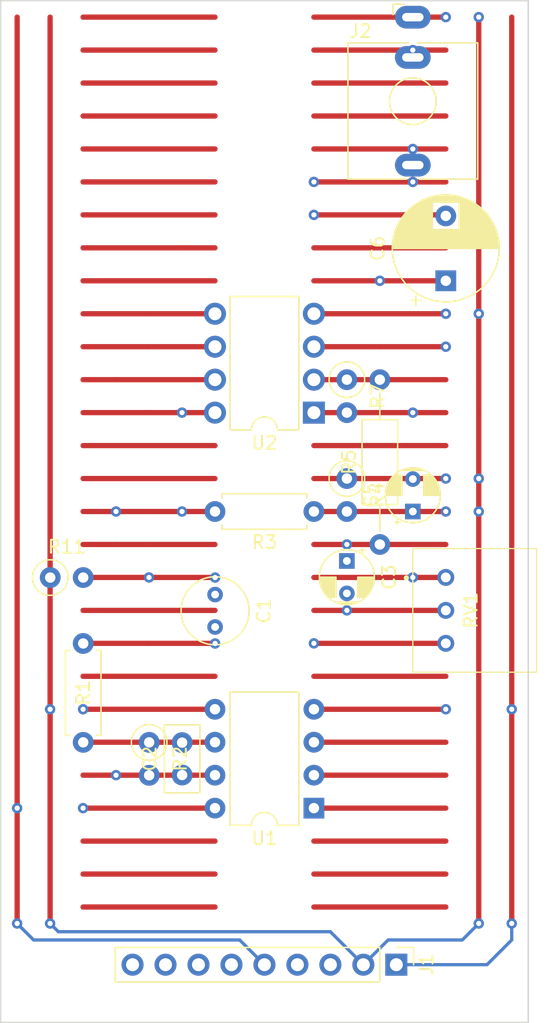
<source format=kicad_pcb>
(kicad_pcb (version 20211014) (generator pcbnew)
  (title_block (title "Audiout Prototype - Headphone Output") (date "2022-03-12") (rev "1.0") (company "Len Popp") (comment 1 "Copyright © 2022 Len Popp CC BY") (comment 2 "Layout design for my custom Eurorack breadboard prototyping module") (comment 3 "Prototype of audio output module"))
  (layers (0 "F.Cu" signal) (1 "In1.Cu" jumper "Wire1.Cu") (2 "In2.Cu" jumper "Wire2.Cu") (3 "In3.Cu" jumper "Wire3.Cu") (4 "In4.Cu" jumper "Wire4.Cu") (31 "B.Cu" signal) (34 "B.Paste" user) (35 "F.Paste" user) (36 "B.SilkS" user "B.Silkscreen") (37 "F.SilkS" user "F.Silkscreen") (38 "B.Mask" user) (39 "F.Mask" user) (44 "Edge.Cuts" user))
  (net 0 "")
  (net 1 "+12V")
  (net 2 "GND")
  (net 3 "-12V")
  (net 4 "+5V")
  (net 5 "BUS-GATE")
  (net 6 "BUS-CV")
  (net 8 "IN-OUT-1")
  (net 9 "IN-OUT-2")
  (net 10 "Net-(C1-Pad2)")
  (net 11 "Net-(C2-Pad2)")
  (net 12 "Net-(C2-Pad1)")
  (net 13 "Net-(C3-Pad1)")
  (net 14 "unconnected-(U1-Pad1)")
  (net 15 "unconnected-(U1-Pad2)")
  (net 16 "unconnected-(U1-Pad3)")
  (net 17 "Net-(C3-Pad2)")
  (net 18 "unconnected-(J2-PadR)")
  (net 19 "Net-(C5-Pad1)")
  (net 20 "Net-(C6-Pad1)")
  (net 21 "Net-(C6-Pad2)")
  (net 22 "unconnected-(U2-Pad5)")
  (net 23 "unconnected-(U2-Pad6)")
  (net 24 "Net-(R5-Pad2)")
  (net 25 "unconnected-(U2-Pad7)")
  (footprint "Connector_PinHeader_2.54mm:PinHeader_1x09_P2.54mm_Vertical" (layer "F.Cu") (at 113.03 98.425 -90)
    (fp_text reference "J1" (at 0 -2.33 90) (layer "F.SilkS"))
    (fp_text value "Conn_01x09")
    (pad "1" thru_hole rect locked (at 0 0 270) (size 1.7 1.7) (drill 1) (layers *.Cu *.Mask) (net 3 "-12V"))
    (pad "2" thru_hole oval locked (at 0 2.54 270) (size 1.7 1.7) (drill 1) (layers *.Cu *.Mask) (net 2 "GND"))
    (pad "3" thru_hole oval locked (at 0 5.08 270) (size 1.7 1.7) (drill 1) (layers *.Cu *.Mask) (net 9 "IN-OUT-2"))
    (pad "4" thru_hole oval locked (at 0 7.62 270) (size 1.7 1.7) (drill 1) (layers *.Cu *.Mask) (net 8 "IN-OUT-1"))
    (pad "5" thru_hole oval locked (at 0 10.16 270) (size 1.7 1.7) (drill 1) (layers *.Cu *.Mask) (net 1 "+12V"))
    (pad "6" thru_hole oval locked (at 0 12.7 270) (size 1.7 1.7) (drill 1) (layers *.Cu *.Mask))
    (pad "7" thru_hole oval locked (at 0 15.24 270) (size 1.7 1.7) (drill 1) (layers *.Cu *.Mask) (net 4 "+5V"))
    (pad "8" thru_hole oval locked (at 0 17.78 270) (size 1.7 1.7) (drill 1) (layers *.Cu *.Mask) (net 6 "BUS-CV"))
    (pad "9" thru_hole oval locked (at 0 20.32 270) (size 1.7 1.7) (drill 1) (layers *.Cu *.Mask) (net 5 "BUS-GATE"))
  )
  (footprint "-lmp-synth:Jack_3.5mm_QingPu_WQP-PJ366ST_Vertical" (layer "F.Cu") (at 114.3 25.405)
    (fp_text reference "J2" (at -4.03 1.08 180) (layer "F.SilkS"))
    (fp_text value "WQP419GR")
    (pad "R" thru_hole oval (at 0 3.1 180) (size 2.75 1.75) (drill oval 1.65 0.65) (layers *.Cu *.Mask) (net 18 "unconnected-(J2-PadR)"))
    (pad "S" thru_hole oval (at 0 0 180) (size 2.75 1.75) (drill oval 1.65 0.65) (layers *.Cu *.Mask) (net 2 "GND"))
    (pad "T" thru_hole oval (at 0 11.4 180) (size 2.75 1.75) (drill oval 1.65 0.65) (layers *.Cu *.Mask) (net 21 "Net-(C6-Pad2)"))
  )
  (footprint "-lmp-stripboard:SB_Gen_1" (layer "F.Cu") (at 93.99 81.29 -90)
    (fp_text reference "R2" (at 1.27 -2.37 90) (layer "F.SilkS"))
    (fp_text value "47K")
    (pad "1" thru_hole circle locked (at 0 0 270) (size 1.6 1.6) (drill 0.8) (layers *.Cu *.Mask) (net 11 "Net-(C2-Pad2)"))
    (pad "2" thru_hole oval locked (at 2.54 0 270) (size 1.6 1.6) (drill 0.8) (layers *.Cu *.Mask) (net 12 "Net-(C2-Pad1)"))
  )
  (footprint "-lmp-stripboard:SB_Gen_5" (layer "F.Cu") (at 111.76 66.04 90)
    (fp_text reference "R5" (at 6.35 -2.37 90) (layer "F.SilkS"))
    (fp_text value "3K9")
    (pad "1" thru_hole circle locked (at 0 0 90) (size 1.6 1.6) (drill 0.8) (layers *.Cu *.Mask) (net 13 "Net-(C3-Pad1)"))
    (pad "2" thru_hole oval locked (at 12.7 0 90) (size 1.6 1.6) (drill 0.8) (layers *.Cu *.Mask) (net 24 "Net-(R5-Pad2)"))
  )
  (footprint "-lmp-stripboard:SB_Gen_1" (layer "F.Cu") (at 86.37 68.59)
    (fp_text reference "R11" (at 1.27 -2.37) (layer "F.SilkS"))
    (fp_text value "100K")
    (pad "1" thru_hole circle locked (at 0 0) (size 1.6 1.6) (drill 0.8) (layers *.Cu *.Mask) (net 2 "GND"))
    (pad "2" thru_hole oval locked (at 2.54 0) (size 1.6 1.6) (drill 0.8) (layers *.Cu *.Mask) (net 8 "IN-OUT-1"))
  )
  (footprint "-lmp-breakout:Breakout_DIP-8_W7.62mm" (layer "F.Cu") (at 106.68 55.88 180)
    (fp_text reference "U2" (at 3.81 -2.33) (layer "F.SilkS"))
    (fp_text value "LM4808")
    (pad "1" thru_hole rect (at 0 0 180) (size 1.7 1.7) (drill 1) (layers *.Cu *.Mask) (net 20 "Net-(C6-Pad1)"))
    (pad "2" thru_hole circle (at 0 2.54 180) (size 1.7 1.7) (drill 1) (layers *.Cu *.Mask) (net 24 "Net-(R5-Pad2)"))
    (pad "3" thru_hole circle (at 0 5.08 180) (size 1.7 1.7) (drill 1) (layers *.Cu *.Mask) (net 19 "Net-(C5-Pad1)"))
    (pad "4" thru_hole circle (at 0 7.62 180) (size 1.7 1.7) (drill 1) (layers *.Cu *.Mask) (net 2 "GND"))
    (pad "5" thru_hole circle (at 7.62 7.62 180) (size 1.7 1.7) (drill 1) (layers *.Cu *.Mask) (net 22 "unconnected-(U2-Pad5)"))
    (pad "6" thru_hole circle (at 7.62 5.08 180) (size 1.7 1.7) (drill 1) (layers *.Cu *.Mask) (net 23 "unconnected-(U2-Pad6)"))
    (pad "7" thru_hole circle (at 7.62 2.54 180) (size 1.7 1.7) (drill 1) (layers *.Cu *.Mask) (net 25 "unconnected-(U2-Pad7)"))
    (pad "8" thru_hole circle (at 7.62 0 180) (size 1.7 1.7) (drill 1) (layers *.Cu *.Mask) (net 4 "+5V"))
  )
  (footprint "-lmp-misc:R_Axial_DIN0207_L6.3mm_D2.5mm_P7.62mm_Horizontal" (layer "F.Cu") (at 88.91 73.67 -90)
    (fp_text reference "R1" (at 3.81 0 90) (layer "F.SilkS"))
    (fp_text value "150K")
    (pad "1" thru_hole circle locked (at 0 0 270) (size 1.6 1.6) (drill 0.8) (layers *.Cu *.Mask) (net 10 "Net-(C1-Pad2)"))
    (pad "2" thru_hole oval locked (at 7.62 0 270) (size 1.6 1.6) (drill 0.8) (layers *.Cu *.Mask) (net 11 "Net-(C2-Pad2)"))
  )
  (footprint "-lmp-stripboard:SB_Gen_1" (layer "F.Cu") (at 109.22 60.96 -90)
    (fp_text reference "R4" (at 1.27 -2.37 90) (layer "F.SilkS"))
    (fp_text value "100K")
    (pad "1" thru_hole circle locked (at 0 0 270) (size 1.6 1.6) (drill 0.8) (layers *.Cu *.Mask) (net 2 "GND"))
    (pad "2" thru_hole oval locked (at 2.54 0 270) (size 1.6 1.6) (drill 0.8) (layers *.Cu *.Mask) (net 19 "Net-(C5-Pad1)"))
  )
  (footprint "-lmp-misc:R_Axial_DIN0207_L6.3mm_D2.5mm_P7.62mm_Horizontal" (layer "F.Cu") (at 106.68 63.5 180)
    (fp_text reference "R3" (at 3.81 -2.37 180) (layer "F.SilkS"))
    (fp_text value "100K")
    (pad "1" thru_hole circle locked (at 0 0 180) (size 1.6 1.6) (drill 0.8) (layers *.Cu *.Mask) (net 19 "Net-(C5-Pad1)"))
    (pad "2" thru_hole oval locked (at 7.62 0 180) (size 1.6 1.6) (drill 0.8) (layers *.Cu *.Mask) (net 4 "+5V"))
  )
  (footprint "-lmp-misc:CP_Radial_D4.0mm_P2.50mm" (layer "F.Cu") (at 114.3 63.5 90)
    (fp_text reference "C5" (at 1.25 -3.25 90) (layer "F.SilkS"))
    (fp_text value "1U")
    (pad "1" thru_hole rect locked (at 0 0 90) (size 1.2 1.2) (drill 0.6) (layers *.Cu *.Mask) (net 19 "Net-(C5-Pad1)"))
    (pad "2" thru_hole circle locked (at 2.5 0 90) (size 1.2 1.2) (drill 0.6) (layers *.Cu *.Mask) (net 2 "GND"))
  )
  (footprint "-lmp-misc:CP_Radial_D4.0mm_P2.50mm" (layer "F.Cu") (at 109.22 67.31 -90)
    (fp_text reference "C3" (at 1.25 -3.25 90) (layer "F.SilkS"))
    (fp_text value "4U7")
    (pad "1" thru_hole rect locked (at 0 0 270) (size 1.2 1.2) (drill 0.6) (layers *.Cu *.Mask) (net 13 "Net-(C3-Pad1)"))
    (pad "2" thru_hole circle locked (at 2.5 0 270) (size 1.2 1.2) (drill 0.6) (layers *.Cu *.Mask) (net 17 "Net-(C3-Pad2)"))
  )
  (footprint "-lmp-stripboard:SB_Gen_1" (layer "F.Cu") (at 109.22 53.34 -90)
    (fp_text reference "R7" (at 1.27 -2.37 90) (layer "F.SilkS"))
    (fp_text value "3K9")
    (pad "1" thru_hole circle locked (at 0 0 270) (size 1.6 1.6) (drill 0.8) (layers *.Cu *.Mask) (net 24 "Net-(R5-Pad2)"))
    (pad "2" thru_hole oval locked (at 2.54 0 270) (size 1.6 1.6) (drill 0.8) (layers *.Cu *.Mask) (net 20 "Net-(C6-Pad1)"))
  )
  (footprint "Capacitor_THT:CP_Radial_D8.0mm_P5.00mm" (layer "F.Cu") (at 116.84 45.72 90)
    (fp_text reference "C6" (at 2.5 -5.25 90) (layer "F.SilkS"))
    (fp_text value "220U")
    (pad "1" thru_hole rect (at 0 0 90) (size 1.6 1.6) (drill 0.8) (layers *.Cu *.Mask) (net 20 "Net-(C6-Pad1)"))
    (pad "2" thru_hole circle (at 5 0 90) (size 1.6 1.6) (drill 0.8) (layers *.Cu *.Mask) (net 21 "Net-(C6-Pad2)"))
  )
  (footprint "-lmp-misc:C_Disc_D5.0mm_W2.5mm_P2.50mm" (layer "F.Cu") (at 96.53 83.81 90)
    (fp_text reference "C2" (at 1.25 -2.5 90) (layer "F.SilkS"))
    (fp_text value "47P")
    (pad "1" thru_hole circle locked (at 0 0 90) (size 1.6 1.6) (drill 0.8) (layers *.Cu *.Mask) (net 12 "Net-(C2-Pad1)"))
    (pad "2" thru_hole circle locked (at 2.5 0 90) (size 1.6 1.6) (drill 0.8) (layers *.Cu *.Mask) (net 11 "Net-(C2-Pad2)"))
  )
  (footprint "-lmp-misc:Potentiometer_Bourns_3310R_Top" (layer "F.Cu") (at 118.765 71.12 90)
    (fp_text reference "RV1" (at 0 0 90) (layer "F.SilkS"))
    (fp_text value "100K" hide)
    (pad "1" thru_hole circle (at 2.54 -1.925 90) (size 1.302857 1.302857) (drill 0.76) (layers *.Cu *.Mask) (net 2 "GND"))
    (pad "2" thru_hole circle (at 0 -1.925 90) (size 1.302857 1.302857) (drill 0.76) (layers *.Cu *.Mask) (net 17 "Net-(C3-Pad2)"))
    (pad "3" thru_hole circle (at -2.54 -1.925 90) (size 1.302857 1.302857) (drill 0.76) (layers *.Cu *.Mask) (net 12 "Net-(C2-Pad1)"))
  )
  (footprint "-lmp-misc:C_Radial_D5.0mm_H5.0mm_P2.50mm" (layer "F.Cu") (at 99.07 69.9 -90)
    (fp_text reference "C1" (at 1.25 -3.75 90) (layer "F.SilkS"))
    (fp_text value "10U")
    (pad "1" thru_hole circle locked (at 0 0 270) (size 1.2 1.2) (drill 0.6) (layers *.Cu *.Mask) (net 8 "IN-OUT-1"))
    (pad "2" thru_hole circle locked (at 2.5 0 270) (size 1.2 1.2) (drill 0.6) (layers *.Cu *.Mask) (net 10 "Net-(C1-Pad2)"))
  )
  (footprint "Package_DIP:DIP-8_W7.62mm" (layer "F.Cu") (at 106.68 86.36 180)
    (fp_text reference "U1" (at 3.81 -2.33) (layer "F.SilkS"))
    (fp_text value "TL072")
    (pad "1" thru_hole rect (at 0 0 180) (size 1.6 1.6) (drill 0.8) (layers *.Cu *.Mask) (net 14 "unconnected-(U1-Pad1)"))
    (pad "2" thru_hole oval (at 0 2.54 180) (size 1.6 1.6) (drill 0.8) (layers *.Cu *.Mask) (net 15 "unconnected-(U1-Pad2)"))
    (pad "3" thru_hole oval (at 0 5.08 180) (size 1.6 1.6) (drill 0.8) (layers *.Cu *.Mask) (net 16 "unconnected-(U1-Pad3)"))
    (pad "4" thru_hole oval (at 0 7.62 180) (size 1.6 1.6) (drill 0.8) (layers *.Cu *.Mask) (net 3 "-12V"))
    (pad "5" thru_hole oval (at 7.62 7.62 180) (size 1.6 1.6) (drill 0.8) (layers *.Cu *.Mask) (net 2 "GND"))
    (pad "6" thru_hole oval (at 7.62 5.08 180) (size 1.6 1.6) (drill 0.8) (layers *.Cu *.Mask) (net 11 "Net-(C2-Pad2)"))
    (pad "7" thru_hole oval (at 7.62 2.54 180) (size 1.6 1.6) (drill 0.8) (layers *.Cu *.Mask) (net 12 "Net-(C2-Pad1)"))
    (pad "8" thru_hole oval (at 7.62 0 180) (size 1.6 1.6) (drill 0.8) (layers *.Cu *.Mask) (net 1 "+12V"))
  )
  (gr_line (start 123.19 102.87) (end 82.55 102.87) (layer "Edge.Cuts") (width 0.1))
  (gr_line (start 123.19 24.13) (end 123.19 102.87) (layer "Edge.Cuts") (width 0.1))
  (gr_line (start 82.55 102.87) (end 82.55 24.13) (layer "Edge.Cuts") (width 0.1))
  (gr_line (start 82.55 24.13) (end 123.19 24.13) (layer "Edge.Cuts") (width 0.1))
  (segment (start 99.06 27.94) (end 88.9 27.94) (width 0.4064) (layer "F.Cu") (net 0))
  (segment (start 99.06 38.1) (end 88.9 38.1) (width 0.4064) (layer "F.Cu") (net 0))
  (segment (start 99.06 76.2) (end 88.9 76.2) (width 0.4064) (layer "F.Cu") (net 0))
  (segment (start 99.06 30.48) (end 88.9 30.48) (width 0.4064) (layer "F.Cu") (net 0))
  (segment (start 99.06 33.02) (end 88.9 33.02) (width 0.4064) (layer "F.Cu") (net 0))
  (segment (start 99.06 88.9) (end 88.9 88.9) (width 0.4064) (layer "F.Cu") (net 0))
  (segment (start 99.06 58.42) (end 88.9 58.42) (width 0.4064) (layer "F.Cu") (net 0))
  (segment (start 99.06 93.98) (end 88.9 93.98) (width 0.4064) (layer "F.Cu") (net 0))
  (segment (start 99.06 60.96) (end 93.98 60.96) (width 0.4064) (layer "F.Cu") (net 0))
  (segment (start 99.06 35.56) (end 88.9 35.56) (width 0.4064) (layer "F.Cu") (net 0))
  (segment (start 116.84 30.48) (end 106.68 30.48) (width 0.4064) (layer "F.Cu") (net 0))
  (segment (start 99.06 91.44) (end 88.9 91.44) (width 0.4064) (layer "F.Cu") (net 0))
  (segment (start 99.06 71.12) (end 88.9 71.12) (width 0.4064) (layer "F.Cu") (net 0))
  (segment (start 99.06 25.4) (end 88.9 25.4) (width 0.4064) (layer "F.Cu") (net 0))
  (segment (start 116.84 33.02) (end 106.68 33.02) (width 0.4064) (layer "F.Cu") (net 0))
  (segment (start 116.84 76.2) (end 106.68 76.2) (width 0.4064) (layer "F.Cu") (net 0))
  (segment (start 116.84 88.9) (end 106.68 88.9) (width 0.4064) (layer "F.Cu") (net 0))
  (segment (start 116.84 43.18) (end 106.68 43.18) (width 0.4064) (layer "F.Cu") (net 0))
  (segment (start 116.84 58.42) (end 106.68 58.42) (width 0.4064) (layer "F.Cu") (net 0))
  (segment (start 116.84 91.44) (end 106.68 91.44) (width 0.4064) (layer "F.Cu") (net 0))
  (segment (start 116.84 93.98) (end 106.68 93.98) (width 0.4064) (layer "F.Cu") (net 0))
  (segment (start 91.44 66.04) (end 88.9 66.04) (width 0.4064) (layer "F.Cu") (net 0))
  (segment (start 91.44 40.64) (end 88.9 40.64) (width 0.4064) (layer "F.Cu") (net 0))
  (segment (start 93.98 60.96) (end 91.44 60.96) (width 0.4064) (layer "F.Cu") (net 0))
  (segment (start 99.06 40.64) (end 91.44 40.64) (width 0.4064) (layer "F.Cu") (net 0))
  (segment (start 96.52 43.18) (end 88.9 43.18) (width 0.4064) (layer "F.Cu") (net 0))
  (segment (start 93.98 66.04) (end 91.44 66.04) (width 0.4064) (layer "F.Cu") (net 0))
  (segment (start 99.06 66.04) (end 93.98 66.04) (width 0.4064) (layer "F.Cu") (net 0))
  (segment (start 99.06 45.72) (end 93.98 45.72) (width 0.4064) (layer "F.Cu") (net 0))
  (segment (start 93.98 45.72) (end 88.9 45.72) (width 0.4064) (layer "F.Cu") (net 0))
  (segment (start 91.44 60.96) (end 88.9 60.96) (width 0.4064) (layer "F.Cu") (net 0))
  (segment (start 99.06 43.18) (end 96.52 43.18) (width 0.4064) (layer "F.Cu") (net 0))
  (segment (start 83.82 25.4) (end 83.82 78.74) (width 0.4064) (layer "F.Cu") (net 1))
  (segment (start 99.06 86.36) (end 88.9 86.36) (width 0.4064) (layer "F.Cu") (net 1))
  (segment (start 83.82 95.25) (end 83.82 95.25) (width 0.4064) (layer "F.Cu") (net 1))
  (segment (start 83.82 86.36) (end 83.82 95.25) (width 0.4064) (layer "F.Cu") (net 1))
  (segment (start 83.82 78.74) (end 83.82 86.36) (width 0.4064) (layer "F.Cu") (net 1))
  (via (at 83.82 95.25) (size 0.8) (drill 0.4) (layers "F.Cu" "B.Cu") (net 1))
  (via (at 83.82 86.36) (size 0.8) (drill 0.4) (layers "F.Cu" "B.Cu") (net 1))
  (via (at 88.9 86.36) (size 0.8) (drill 0.4) (layers "F.Cu" "B.Cu") (net 1))
  (segment (start 102.87 98.425) (end 100.965 96.52) (width 0.25) (layer "B.Cu") (net 1))
  (segment (start 85.09 96.52) (end 84.219999 95.649999) (width 0.25) (layer "B.Cu") (net 1))
  (segment (start 100.965 96.52) (end 85.09 96.52) (width 0.25) (layer "B.Cu") (net 1))
  (segment (start 84.219999 95.649999) (end 83.82 95.25) (width 0.25) (layer "B.Cu") (net 1))
  (segment (start 116.84 68.58) (end 114.3 68.58) (width 0.4064) (layer "F.Cu") (net 2))
  (segment (start 99.06 78.74) (end 88.9 78.74) (width 0.4064) (layer "F.Cu") (net 2))
  (segment (start 116.84 25.4) (end 106.68 25.4) (width 0.4064) (layer "F.Cu") (net 2))
  (segment (start 116.84 48.26) (end 106.68 48.26) (width 0.4064) (layer "F.Cu") (net 2))
  (segment (start 116.84 60.96) (end 106.68 60.96) (width 0.4064) (layer "F.Cu") (net 2))
  (segment (start 119.38 95.25) (end 119.38 95.25) (width 0.4064) (layer "F.Cu") (net 2))
  (segment (start 86.36 95.25) (end 86.36 95.25) (width 0.4064) (layer "F.Cu") (net 2))
  (segment (start 119.38 63.5) (end 119.38 95.25) (width 0.4064) (layer "F.Cu") (net 2))
  (segment (start 86.36 76.2) (end 86.36 78.74) (width 0.4064) (layer "F.Cu") (net 2))
  (segment (start 119.38 25.36) (end 119.38 25.4) (width 0.4064) (layer "F.Cu") (net 2))
  (segment (start 119.38 48.26) (end 119.38 55.88) (width 0.4064) (layer "F.Cu") (net 2))
  (segment (start 119.38 60.96) (end 119.38 63.5) (width 0.4064) (layer "F.Cu") (net 2))
  (segment (start 86.36 81.28) (end 86.36 95.25) (width 0.4064) (layer "F.Cu") (net 2))
  (segment (start 114.3 68.58) (end 106.68 68.58) (width 0.4064) (layer "F.Cu") (net 2))
  (segment (start 86.36 78.74) (end 86.36 81.28) (width 0.4064) (layer "F.Cu") (net 2))
  (segment (start 119.38 55.88) (end 119.38 60.96) (width 0.4064) (layer "F.Cu") (net 2))
  (segment (start 86.36 25.4) (end 86.36 76.2) (width 0.4064) (layer "F.Cu") (net 2))
  (segment (start 119.38 25.4) (end 119.38 48.26) (width 0.4064) (layer "F.Cu") (net 2))
  (via (at 119.38 63.5) (size 0.8) (drill 0.4) (layers "F.Cu" "B.Cu") (net 2))
  (via (at 114.3 68.58) (size 0.8) (drill 0.4) (layers "F.Cu" "B.Cu") (net 2))
  (via (at 119.38 95.25) (size 0.8) (drill 0.4) (layers "F.Cu" "B.Cu") (net 2))
  (via (at 86.36 78.74) (size 0.8) (drill 0.4) (layers "F.Cu" "B.Cu") (net 2))
  (via (at 119.38 25.4) (size 0.8) (drill 0.4) (layers "F.Cu" "B.Cu") (net 2))
  (via (at 88.9 78.74) (size 0.8) (drill 0.4) (layers "F.Cu" "B.Cu") (net 2))
  (via (at 119.38 60.96) (size 0.8) (drill 0.4) (layers "F.Cu" "B.Cu") (net 2))
  (via (at 86.36 95.25) (size 0.8) (drill 0.4) (layers "F.Cu" "B.Cu") (net 2))
  (via (at 119.38 48.26) (size 0.8) (drill 0.4) (layers "F.Cu" "B.Cu") (net 2))
  (via (at 116.84 60.96) (size 0.8) (drill 0.4) (layers "F.Cu" "B.Cu") (net 2))
  (via (at 116.84 48.26) (size 0.8) (drill 0.4) (layers "F.Cu" "B.Cu") (net 2))
  (via (at 116.84 25.4) (size 0.8) (drill 0.4) (layers "F.Cu" "B.Cu") (net 2))
  (segment (start 86.36 95.25) (end 86.995 95.885) (width 0.25) (layer "B.Cu") (net 2))
  (segment (start 107.95 95.885) (end 110.49 98.425) (width 0.25) (layer "B.Cu") (net 2))
  (segment (start 112.395 96.52) (end 110.49 98.425) (width 0.25) (layer "B.Cu") (net 2))
  (segment (start 119.38 95.25) (end 118.11 96.52) (width 0.25) (layer "B.Cu") (net 2))
  (segment (start 118.11 96.52) (end 112.395 96.52) (width 0.25) (layer "B.Cu") (net 2))
  (segment (start 86.995 95.885) (end 107.95 95.885) (width 0.25) (layer "B.Cu") (net 2))
  (segment (start 121.92 25.4) (end 121.92 78.74) (width 0.4064) (layer "F.Cu") (net 3))
  (segment (start 116.84 78.74) (end 106.68 78.74) (width 0.4064) (layer "F.Cu") (net 3))
  (segment (start 121.92 95.25) (end 121.92 95.25) (width 0.4064) (layer "F.Cu") (net 3))
  (segment (start 121.92 78.74) (end 121.92 95.25) (width 0.4064) (layer "F.Cu") (net 3))
  (via (at 116.84 78.74) (size 0.8) (drill 0.4) (layers "F.Cu" "B.Cu") (net 3))
  (via (at 121.92 95.25) (size 0.8) (drill 0.4) (layers "F.Cu" "B.Cu") (net 3))
  (via (at 121.92 78.74) (size 0.8) (drill 0.4) (layers "F.Cu" "B.Cu") (net 3))
  (segment (start 121.92 95.25) (end 121.92 96.52) (width 0.25) (layer "B.Cu") (net 3))
  (segment (start 120.015 98.425) (end 113.03 98.425) (width 0.25) (layer "B.Cu") (net 3))
  (segment (start 121.92 96.52) (end 120.015 98.425) (width 0.25) (layer "B.Cu") (net 3))
  (segment (start 99.06 63.5) (end 96.52 63.5) (width 0.4064) (layer "F.Cu") (net 4))
  (segment (start 93.98 63.5) (end 88.9 63.5) (width 0.4064) (layer "F.Cu") (net 4))
  (segment (start 93.98 55.88) (end 88.9 55.88) (width 0.4064) (layer "F.Cu") (net 4))
  (segment (start 96.52 63.5) (end 93.98 63.5) (width 0.4064) (layer "F.Cu") (net 4))
  (segment (start 99.06 55.88) (end 93.98 55.88) (width 0.4064) (layer "F.Cu") (net 4))
  (via (at 96.52 55.88) (size 0.8) (drill 0.4) (layers "F.Cu" "B.Cu") (net 4))
  (via (at 96.52 63.5) (size 0.8) (drill 0.4) (layers "F.Cu" "B.Cu") (net 4))
  (via (at 91.44 63.5) (size 0.8) (drill 0.4) (layers "F.Cu" "B.Cu") (net 4))
  (segment (start 93.98 68.58) (end 88.9 68.58) (width 0.4064) (layer "F.Cu") (net 8))
  (segment (start 99.06 68.58) (end 93.98 68.58) (width 0.4064) (layer "F.Cu") (net 8))
  (via (at 99.07 68.59) (size 0.8) (drill 0.4) (layers "F.Cu" "B.Cu") (net 8))
  (via (at 93.98 68.58) (size 0.8) (drill 0.4) (layers "F.Cu" "B.Cu") (net 8))
  (segment (start 99.06 73.66) (end 93.98 73.66) (width 0.4064) (layer "F.Cu") (net 10))
  (segment (start 93.98 73.66) (end 88.9 73.66) (width 0.4064) (layer "F.Cu") (net 10))
  (via (at 99.07 73.67) (size 0.8) (drill 0.4) (layers "F.Cu" "B.Cu") (net 10))
  (segment (start 99.06 81.28) (end 88.9 81.28) (width 0.4064) (layer "F.Cu") (net 11))
  (segment (start 99.06 83.82) (end 96.52 83.82) (width 0.4064) (layer "F.Cu") (net 12))
  (segment (start 116.84 73.66) (end 106.68 73.66) (width 0.4064) (layer "F.Cu") (net 12))
  (segment (start 96.52 83.82) (end 91.44 83.82) (width 0.4064) (layer "F.Cu") (net 12))
  (segment (start 91.44 83.82) (end 88.9 83.82) (width 0.4064) (layer "F.Cu") (net 12))
  (via (at 91.44 83.82) (size 0.8) (drill 0.4) (layers "F.Cu" "B.Cu") (net 12))
  (via (at 106.68 73.66) (size 0.8) (drill 0.4) (layers "F.Cu" "B.Cu") (net 12))
  (segment (start 116.84 66.04) (end 109.22 66.04) (width 0.4064) (layer "F.Cu") (net 13))
  (segment (start 109.22 66.04) (end 106.68 66.04) (width 0.4064) (layer "F.Cu") (net 13))
  (via (at 109.22 66.04) (size 0.8) (drill 0.4) (layers "F.Cu" "B.Cu") (net 13))
  (segment (start 116.84 86.36) (end 106.68 86.36) (width 0.4064) (layer "F.Cu") (net 14))
  (segment (start 116.84 83.82) (end 109.22 83.82) (width 0.4064) (layer "F.Cu") (net 15))
  (segment (start 109.22 83.82) (end 106.68 83.82) (width 0.4064) (layer "F.Cu") (net 15))
  (segment (start 116.84 81.28) (end 106.68 81.28) (width 0.4064) (layer "F.Cu") (net 16))
  (segment (start 109.22 71.12) (end 106.68 71.12) (width 0.4064) (layer "F.Cu") (net 17))
  (segment (start 116.84 71.12) (end 111.76 71.12) (width 0.4064) (layer "F.Cu") (net 17))
  (segment (start 111.76 71.12) (end 109.22 71.12) (width 0.4064) (layer "F.Cu") (net 17))
  (via (at 109.22 71.12) (size 0.8) (drill 0.4) (layers "F.Cu" "B.Cu") (net 17))
  (segment (start 114.3 27.94) (end 106.68 27.94) (width 0.4064) (layer "F.Cu") (net 18))
  (segment (start 116.84 27.94) (end 114.3 27.94) (width 0.4064) (layer "F.Cu") (net 18))
  (via (at 114.3 27.94) (size 0.8) (drill 0.4) (layers "F.Cu" "B.Cu") (net 18))
  (segment (start 116.84 63.5) (end 111.76 63.5) (width 0.4064) (layer "F.Cu") (net 19))
  (segment (start 116.84 50.8) (end 111.76 50.8) (width 0.4064) (layer "F.Cu") (net 19))
  (segment (start 111.76 63.5) (end 106.68 63.5) (width 0.4064) (layer "F.Cu") (net 19))
  (segment (start 111.76 50.8) (end 106.68 50.8) (width 0.4064) (layer "F.Cu") (net 19))
  (via (at 116.84 63.5) (size 0.8) (drill 0.4) (layers "F.Cu" "B.Cu") (net 19))
  (via (at 116.84 50.8) (size 0.8) (drill 0.4) (layers "F.Cu" "B.Cu") (net 19))
  (segment (start 116.84 55.88) (end 114.3 55.88) (width 0.4064) (layer "F.Cu") (net 20))
  (segment (start 116.84 45.72) (end 111.76 45.72) (width 0.4064) (layer "F.Cu") (net 20))
  (segment (start 114.3 55.88) (end 106.68 55.88) (width 0.4064) (layer "F.Cu") (net 20))
  (segment (start 111.76 45.72) (end 109.22 45.72) (width 0.4064) (layer "F.Cu") (net 20))
  (segment (start 109.22 45.72) (end 106.68 45.72) (width 0.4064) (layer "F.Cu") (net 20))
  (via (at 111.76 45.72) (size 0.8) (drill 0.4) (layers "F.Cu" "B.Cu") (net 20))
  (via (at 114.3 55.88) (size 0.8) (drill 0.4) (layers "F.Cu" "B.Cu") (net 20))
  (segment (start 116.84 40.64) (end 106.68 40.64) (width 0.4064) (layer "F.Cu") (net 21))
  (segment (start 116.84 35.56) (end 114.3 35.56) (width 0.4064) (layer "F.Cu") (net 21))
  (segment (start 114.3 38.1) (end 106.68 38.1) (width 0.4064) (layer "F.Cu") (net 21))
  (segment (start 114.3 35.56) (end 106.68 35.56) (width 0.4064) (layer "F.Cu") (net 21))
  (segment (start 116.84 38.1) (end 114.3 38.1) (width 0.4064) (layer "F.Cu") (net 21))
  (via (at 114.3 35.56) (size 0.8) (drill 0.4) (layers "F.Cu" "B.Cu") (net 21))
  (via (at 106.68 40.64) (size 0.8) (drill 0.4) (layers "F.Cu" "B.Cu") (net 21))
  (via (at 106.68 38.1) (size 0.8) (drill 0.4) (layers "F.Cu" "B.Cu") (net 21))
  (via (at 114.3 38.1) (size 0.8) (drill 0.4) (layers "F.Cu" "B.Cu") (net 21))
  (segment (start 93.98 48.26) (end 88.9 48.26) (width 0.4064) (layer "F.Cu") (net 22))
  (segment (start 99.06 48.26) (end 93.98 48.26) (width 0.4064) (layer "F.Cu") (net 22))
  (segment (start 99.06 50.8) (end 93.98 50.8) (width 0.4064) (layer "F.Cu") (net 23))
  (segment (start 93.98 50.8) (end 88.9 50.8) (width 0.4064) (layer "F.Cu") (net 23))
  (segment (start 116.84 53.34) (end 106.68 53.34) (width 0.4064) (layer "F.Cu") (net 24))
  (segment (start 99.06 53.34) (end 91.44 53.34) (width 0.4064) (layer "F.Cu") (net 25))
  (segment (start 91.44 53.34) (end 88.9 53.34) (width 0.4064) (layer "F.Cu") (net 25))
)
</source>
